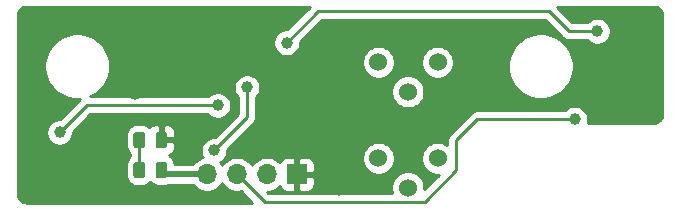
<source format=gbr>
G04 #@! TF.GenerationSoftware,KiCad,Pcbnew,(5.1.5)-3*
G04 #@! TF.CreationDate,2020-07-03T20:52:06-04:00*
G04 #@! TF.ProjectId,HallEffectXY-Endstop,48616c6c-4566-4666-9563-7458592d456e,A*
G04 #@! TF.SameCoordinates,Original*
G04 #@! TF.FileFunction,Copper,L2,Bot*
G04 #@! TF.FilePolarity,Positive*
%FSLAX46Y46*%
G04 Gerber Fmt 4.6, Leading zero omitted, Abs format (unit mm)*
G04 Created by KiCad (PCBNEW (5.1.5)-3) date 2020-07-03 20:52:06*
%MOMM*%
%LPD*%
G04 APERTURE LIST*
%ADD10C,0.100000*%
%ADD11C,1.524000*%
%ADD12O,1.700000X1.700000*%
%ADD13R,1.700000X1.700000*%
%ADD14C,1.000000*%
%ADD15C,0.508000*%
%ADD16C,0.254000*%
G04 APERTURE END LIST*
G04 #@! TA.AperFunction,SMDPad,CuDef*
D10*
G36*
X133268142Y-104292674D02*
G01*
X133291803Y-104296184D01*
X133315007Y-104301996D01*
X133337529Y-104310054D01*
X133359153Y-104320282D01*
X133379670Y-104332579D01*
X133398883Y-104346829D01*
X133416607Y-104362893D01*
X133432671Y-104380617D01*
X133446921Y-104399830D01*
X133459218Y-104420347D01*
X133469446Y-104441971D01*
X133477504Y-104464493D01*
X133483316Y-104487697D01*
X133486826Y-104511358D01*
X133488000Y-104535250D01*
X133488000Y-105447750D01*
X133486826Y-105471642D01*
X133483316Y-105495303D01*
X133477504Y-105518507D01*
X133469446Y-105541029D01*
X133459218Y-105562653D01*
X133446921Y-105583170D01*
X133432671Y-105602383D01*
X133416607Y-105620107D01*
X133398883Y-105636171D01*
X133379670Y-105650421D01*
X133359153Y-105662718D01*
X133337529Y-105672946D01*
X133315007Y-105681004D01*
X133291803Y-105686816D01*
X133268142Y-105690326D01*
X133244250Y-105691500D01*
X132756750Y-105691500D01*
X132732858Y-105690326D01*
X132709197Y-105686816D01*
X132685993Y-105681004D01*
X132663471Y-105672946D01*
X132641847Y-105662718D01*
X132621330Y-105650421D01*
X132602117Y-105636171D01*
X132584393Y-105620107D01*
X132568329Y-105602383D01*
X132554079Y-105583170D01*
X132541782Y-105562653D01*
X132531554Y-105541029D01*
X132523496Y-105518507D01*
X132517684Y-105495303D01*
X132514174Y-105471642D01*
X132513000Y-105447750D01*
X132513000Y-104535250D01*
X132514174Y-104511358D01*
X132517684Y-104487697D01*
X132523496Y-104464493D01*
X132531554Y-104441971D01*
X132541782Y-104420347D01*
X132554079Y-104399830D01*
X132568329Y-104380617D01*
X132584393Y-104362893D01*
X132602117Y-104346829D01*
X132621330Y-104332579D01*
X132641847Y-104320282D01*
X132663471Y-104310054D01*
X132685993Y-104301996D01*
X132709197Y-104296184D01*
X132732858Y-104292674D01*
X132756750Y-104291500D01*
X133244250Y-104291500D01*
X133268142Y-104292674D01*
G37*
G04 #@! TD.AperFunction*
G04 #@! TA.AperFunction,SMDPad,CuDef*
G36*
X135143142Y-104292674D02*
G01*
X135166803Y-104296184D01*
X135190007Y-104301996D01*
X135212529Y-104310054D01*
X135234153Y-104320282D01*
X135254670Y-104332579D01*
X135273883Y-104346829D01*
X135291607Y-104362893D01*
X135307671Y-104380617D01*
X135321921Y-104399830D01*
X135334218Y-104420347D01*
X135344446Y-104441971D01*
X135352504Y-104464493D01*
X135358316Y-104487697D01*
X135361826Y-104511358D01*
X135363000Y-104535250D01*
X135363000Y-105447750D01*
X135361826Y-105471642D01*
X135358316Y-105495303D01*
X135352504Y-105518507D01*
X135344446Y-105541029D01*
X135334218Y-105562653D01*
X135321921Y-105583170D01*
X135307671Y-105602383D01*
X135291607Y-105620107D01*
X135273883Y-105636171D01*
X135254670Y-105650421D01*
X135234153Y-105662718D01*
X135212529Y-105672946D01*
X135190007Y-105681004D01*
X135166803Y-105686816D01*
X135143142Y-105690326D01*
X135119250Y-105691500D01*
X134631750Y-105691500D01*
X134607858Y-105690326D01*
X134584197Y-105686816D01*
X134560993Y-105681004D01*
X134538471Y-105672946D01*
X134516847Y-105662718D01*
X134496330Y-105650421D01*
X134477117Y-105636171D01*
X134459393Y-105620107D01*
X134443329Y-105602383D01*
X134429079Y-105583170D01*
X134416782Y-105562653D01*
X134406554Y-105541029D01*
X134398496Y-105518507D01*
X134392684Y-105495303D01*
X134389174Y-105471642D01*
X134388000Y-105447750D01*
X134388000Y-104535250D01*
X134389174Y-104511358D01*
X134392684Y-104487697D01*
X134398496Y-104464493D01*
X134406554Y-104441971D01*
X134416782Y-104420347D01*
X134429079Y-104399830D01*
X134443329Y-104380617D01*
X134459393Y-104362893D01*
X134477117Y-104346829D01*
X134496330Y-104332579D01*
X134516847Y-104320282D01*
X134538471Y-104310054D01*
X134560993Y-104301996D01*
X134584197Y-104296184D01*
X134607858Y-104292674D01*
X134631750Y-104291500D01*
X135119250Y-104291500D01*
X135143142Y-104292674D01*
G37*
G04 #@! TD.AperFunction*
G04 #@! TA.AperFunction,SMDPad,CuDef*
G36*
X135143142Y-106832674D02*
G01*
X135166803Y-106836184D01*
X135190007Y-106841996D01*
X135212529Y-106850054D01*
X135234153Y-106860282D01*
X135254670Y-106872579D01*
X135273883Y-106886829D01*
X135291607Y-106902893D01*
X135307671Y-106920617D01*
X135321921Y-106939830D01*
X135334218Y-106960347D01*
X135344446Y-106981971D01*
X135352504Y-107004493D01*
X135358316Y-107027697D01*
X135361826Y-107051358D01*
X135363000Y-107075250D01*
X135363000Y-107987750D01*
X135361826Y-108011642D01*
X135358316Y-108035303D01*
X135352504Y-108058507D01*
X135344446Y-108081029D01*
X135334218Y-108102653D01*
X135321921Y-108123170D01*
X135307671Y-108142383D01*
X135291607Y-108160107D01*
X135273883Y-108176171D01*
X135254670Y-108190421D01*
X135234153Y-108202718D01*
X135212529Y-108212946D01*
X135190007Y-108221004D01*
X135166803Y-108226816D01*
X135143142Y-108230326D01*
X135119250Y-108231500D01*
X134631750Y-108231500D01*
X134607858Y-108230326D01*
X134584197Y-108226816D01*
X134560993Y-108221004D01*
X134538471Y-108212946D01*
X134516847Y-108202718D01*
X134496330Y-108190421D01*
X134477117Y-108176171D01*
X134459393Y-108160107D01*
X134443329Y-108142383D01*
X134429079Y-108123170D01*
X134416782Y-108102653D01*
X134406554Y-108081029D01*
X134398496Y-108058507D01*
X134392684Y-108035303D01*
X134389174Y-108011642D01*
X134388000Y-107987750D01*
X134388000Y-107075250D01*
X134389174Y-107051358D01*
X134392684Y-107027697D01*
X134398496Y-107004493D01*
X134406554Y-106981971D01*
X134416782Y-106960347D01*
X134429079Y-106939830D01*
X134443329Y-106920617D01*
X134459393Y-106902893D01*
X134477117Y-106886829D01*
X134496330Y-106872579D01*
X134516847Y-106860282D01*
X134538471Y-106850054D01*
X134560993Y-106841996D01*
X134584197Y-106836184D01*
X134607858Y-106832674D01*
X134631750Y-106831500D01*
X135119250Y-106831500D01*
X135143142Y-106832674D01*
G37*
G04 #@! TD.AperFunction*
G04 #@! TA.AperFunction,SMDPad,CuDef*
G36*
X133268142Y-106832674D02*
G01*
X133291803Y-106836184D01*
X133315007Y-106841996D01*
X133337529Y-106850054D01*
X133359153Y-106860282D01*
X133379670Y-106872579D01*
X133398883Y-106886829D01*
X133416607Y-106902893D01*
X133432671Y-106920617D01*
X133446921Y-106939830D01*
X133459218Y-106960347D01*
X133469446Y-106981971D01*
X133477504Y-107004493D01*
X133483316Y-107027697D01*
X133486826Y-107051358D01*
X133488000Y-107075250D01*
X133488000Y-107987750D01*
X133486826Y-108011642D01*
X133483316Y-108035303D01*
X133477504Y-108058507D01*
X133469446Y-108081029D01*
X133459218Y-108102653D01*
X133446921Y-108123170D01*
X133432671Y-108142383D01*
X133416607Y-108160107D01*
X133398883Y-108176171D01*
X133379670Y-108190421D01*
X133359153Y-108202718D01*
X133337529Y-108212946D01*
X133315007Y-108221004D01*
X133291803Y-108226816D01*
X133268142Y-108230326D01*
X133244250Y-108231500D01*
X132756750Y-108231500D01*
X132732858Y-108230326D01*
X132709197Y-108226816D01*
X132685993Y-108221004D01*
X132663471Y-108212946D01*
X132641847Y-108202718D01*
X132621330Y-108190421D01*
X132602117Y-108176171D01*
X132584393Y-108160107D01*
X132568329Y-108142383D01*
X132554079Y-108123170D01*
X132541782Y-108102653D01*
X132531554Y-108081029D01*
X132523496Y-108058507D01*
X132517684Y-108035303D01*
X132514174Y-108011642D01*
X132513000Y-107987750D01*
X132513000Y-107075250D01*
X132514174Y-107051358D01*
X132517684Y-107027697D01*
X132523496Y-107004493D01*
X132531554Y-106981971D01*
X132541782Y-106960347D01*
X132554079Y-106939830D01*
X132568329Y-106920617D01*
X132584393Y-106902893D01*
X132602117Y-106886829D01*
X132621330Y-106872579D01*
X132641847Y-106860282D01*
X132663471Y-106850054D01*
X132685993Y-106841996D01*
X132709197Y-106836184D01*
X132732858Y-106832674D01*
X132756750Y-106831500D01*
X133244250Y-106831500D01*
X133268142Y-106832674D01*
G37*
G04 #@! TD.AperFunction*
D11*
X158254000Y-106534000D03*
X155754000Y-109034000D03*
X153254000Y-106534000D03*
X158254000Y-98406000D03*
X155754000Y-100906000D03*
X153254000Y-98406000D03*
D12*
X138736000Y-107900000D03*
X141276000Y-107900000D03*
X143816000Y-107900000D03*
D13*
X146356000Y-107900000D03*
D14*
X149876500Y-101088000D03*
X124334500Y-104545000D03*
X176836000Y-95358000D03*
X144098000Y-101342000D03*
X139272000Y-96008000D03*
X133176000Y-97786000D03*
X132668000Y-101088000D03*
X149876500Y-109216000D03*
X137466000Y-105518000D03*
X130953500Y-107087000D03*
X176864000Y-101435500D03*
X169879000Y-103247000D03*
X139335500Y-105880500D03*
X142129500Y-100546500D03*
X139653000Y-102070500D03*
X126254500Y-104356500D03*
X145495000Y-96770000D03*
X171784000Y-95784000D03*
D15*
X135244000Y-107900000D02*
X134875500Y-107531500D01*
X138736000Y-107900000D02*
X135244000Y-107900000D01*
D16*
X141276000Y-107900000D02*
X143608000Y-110232000D01*
X143608000Y-110232000D02*
X157179000Y-110232000D01*
X157179000Y-110232000D02*
X159846000Y-107565000D01*
X159846000Y-107565000D02*
X159846000Y-105025000D01*
X159846000Y-105025000D02*
X161624000Y-103247000D01*
X161624000Y-103247000D02*
X169879000Y-103247000D01*
X139335500Y-105880500D02*
X142129500Y-103086500D01*
X142129500Y-103086500D02*
X142129500Y-100546500D01*
X139653000Y-102070500D02*
X129780500Y-102070500D01*
X129780500Y-102070500D02*
X128540500Y-102070500D01*
X128540500Y-102070500D02*
X126254500Y-104356500D01*
X148162000Y-94103000D02*
X145495000Y-96770000D01*
X167686500Y-94103000D02*
X148162000Y-94103000D01*
X171784000Y-95784000D02*
X169367500Y-95784000D01*
X169367500Y-95784000D02*
X167686500Y-94103000D01*
X133000500Y-107531500D02*
X133000500Y-105499500D01*
G36*
X145552370Y-95635000D02*
G01*
X145383212Y-95635000D01*
X145163933Y-95678617D01*
X144957376Y-95764176D01*
X144771480Y-95888388D01*
X144613388Y-96046480D01*
X144489176Y-96232376D01*
X144403617Y-96438933D01*
X144360000Y-96658212D01*
X144360000Y-96881788D01*
X144403617Y-97101067D01*
X144489176Y-97307624D01*
X144613388Y-97493520D01*
X144771480Y-97651612D01*
X144957376Y-97775824D01*
X145163933Y-97861383D01*
X145383212Y-97905000D01*
X145606788Y-97905000D01*
X145826067Y-97861383D01*
X146032624Y-97775824D01*
X146218520Y-97651612D01*
X146376612Y-97493520D01*
X146500824Y-97307624D01*
X146586383Y-97101067D01*
X146630000Y-96881788D01*
X146630000Y-96712630D01*
X148477630Y-94865000D01*
X167370870Y-94865000D01*
X168802221Y-96296352D01*
X168826078Y-96325422D01*
X168855148Y-96349279D01*
X168942107Y-96420645D01*
X168976322Y-96438933D01*
X169074485Y-96491402D01*
X169218122Y-96534974D01*
X169330074Y-96546000D01*
X169330077Y-96546000D01*
X169367500Y-96549686D01*
X169404923Y-96546000D01*
X170940868Y-96546000D01*
X171060480Y-96665612D01*
X171246376Y-96789824D01*
X171452933Y-96875383D01*
X171672212Y-96919000D01*
X171895788Y-96919000D01*
X172115067Y-96875383D01*
X172321624Y-96789824D01*
X172507520Y-96665612D01*
X172665612Y-96507520D01*
X172789824Y-96321624D01*
X172875383Y-96115067D01*
X172919000Y-95895788D01*
X172919000Y-95672212D01*
X172875383Y-95452933D01*
X172789824Y-95246376D01*
X172665612Y-95060480D01*
X172507520Y-94902388D01*
X172321624Y-94778176D01*
X172115067Y-94692617D01*
X171895788Y-94649000D01*
X171672212Y-94649000D01*
X171452933Y-94692617D01*
X171246376Y-94778176D01*
X171060480Y-94902388D01*
X170940868Y-95022000D01*
X169683131Y-95022000D01*
X168371130Y-93710000D01*
X176465271Y-93710000D01*
X176652785Y-93728386D01*
X176799748Y-93772757D01*
X176935297Y-93844829D01*
X177054258Y-93941852D01*
X177152118Y-94060144D01*
X177225132Y-94195181D01*
X177270529Y-94341833D01*
X177290001Y-94527101D01*
X177290000Y-102715271D01*
X177271614Y-102902784D01*
X177227243Y-103049748D01*
X177155171Y-103185297D01*
X177058148Y-103304258D01*
X176939856Y-103402118D01*
X176804819Y-103475132D01*
X176658167Y-103520529D01*
X176472908Y-103540000D01*
X170977955Y-103540000D01*
X171014000Y-103358788D01*
X171014000Y-103135212D01*
X170970383Y-102915933D01*
X170884824Y-102709376D01*
X170760612Y-102523480D01*
X170602520Y-102365388D01*
X170416624Y-102241176D01*
X170210067Y-102155617D01*
X169990788Y-102112000D01*
X169767212Y-102112000D01*
X169547933Y-102155617D01*
X169341376Y-102241176D01*
X169155480Y-102365388D01*
X169035868Y-102485000D01*
X161661423Y-102485000D01*
X161624000Y-102481314D01*
X161586577Y-102485000D01*
X161586574Y-102485000D01*
X161474622Y-102496026D01*
X161330985Y-102539598D01*
X161320731Y-102545079D01*
X161198607Y-102610355D01*
X161158394Y-102643358D01*
X161082578Y-102705578D01*
X161058716Y-102734654D01*
X159333649Y-104459721D01*
X159304579Y-104483578D01*
X159280722Y-104512648D01*
X159280721Y-104512649D01*
X159209355Y-104599608D01*
X159138599Y-104731985D01*
X159095027Y-104875622D01*
X159080314Y-105025000D01*
X159084001Y-105062433D01*
X159084001Y-105408432D01*
X158915727Y-105295995D01*
X158661490Y-105190686D01*
X158391592Y-105137000D01*
X158116408Y-105137000D01*
X157846510Y-105190686D01*
X157592273Y-105295995D01*
X157363465Y-105448880D01*
X157168880Y-105643465D01*
X157015995Y-105872273D01*
X156910686Y-106126510D01*
X156857000Y-106396408D01*
X156857000Y-106671592D01*
X156910686Y-106941490D01*
X157015995Y-107195727D01*
X157168880Y-107424535D01*
X157363465Y-107619120D01*
X157592273Y-107772005D01*
X157846510Y-107877314D01*
X158116408Y-107931000D01*
X158391592Y-107931000D01*
X158405046Y-107928324D01*
X157148324Y-109185046D01*
X157151000Y-109171592D01*
X157151000Y-108896408D01*
X157097314Y-108626510D01*
X156992005Y-108372273D01*
X156839120Y-108143465D01*
X156644535Y-107948880D01*
X156415727Y-107795995D01*
X156161490Y-107690686D01*
X155891592Y-107637000D01*
X155616408Y-107637000D01*
X155346510Y-107690686D01*
X155092273Y-107795995D01*
X154863465Y-107948880D01*
X154668880Y-108143465D01*
X154515995Y-108372273D01*
X154410686Y-108626510D01*
X154357000Y-108896408D01*
X154357000Y-109171592D01*
X154410686Y-109441490D01*
X154422495Y-109470000D01*
X143923631Y-109470000D01*
X143838631Y-109385000D01*
X143962260Y-109385000D01*
X144249158Y-109327932D01*
X144519411Y-109215990D01*
X144762632Y-109053475D01*
X144894487Y-108921620D01*
X144916498Y-108994180D01*
X144975463Y-109104494D01*
X145054815Y-109201185D01*
X145151506Y-109280537D01*
X145261820Y-109339502D01*
X145381518Y-109375812D01*
X145506000Y-109388072D01*
X146070250Y-109385000D01*
X146229000Y-109226250D01*
X146229000Y-108027000D01*
X146483000Y-108027000D01*
X146483000Y-109226250D01*
X146641750Y-109385000D01*
X147206000Y-109388072D01*
X147330482Y-109375812D01*
X147450180Y-109339502D01*
X147560494Y-109280537D01*
X147657185Y-109201185D01*
X147736537Y-109104494D01*
X147795502Y-108994180D01*
X147831812Y-108874482D01*
X147844072Y-108750000D01*
X147841000Y-108185750D01*
X147682250Y-108027000D01*
X146483000Y-108027000D01*
X146229000Y-108027000D01*
X146209000Y-108027000D01*
X146209000Y-107773000D01*
X146229000Y-107773000D01*
X146229000Y-106573750D01*
X146483000Y-106573750D01*
X146483000Y-107773000D01*
X147682250Y-107773000D01*
X147841000Y-107614250D01*
X147844072Y-107050000D01*
X147831812Y-106925518D01*
X147795502Y-106805820D01*
X147736537Y-106695506D01*
X147657185Y-106598815D01*
X147560494Y-106519463D01*
X147450180Y-106460498D01*
X147330482Y-106424188D01*
X147206000Y-106411928D01*
X146641750Y-106415000D01*
X146483000Y-106573750D01*
X146229000Y-106573750D01*
X146070250Y-106415000D01*
X145506000Y-106411928D01*
X145381518Y-106424188D01*
X145261820Y-106460498D01*
X145151506Y-106519463D01*
X145054815Y-106598815D01*
X144975463Y-106695506D01*
X144916498Y-106805820D01*
X144894487Y-106878380D01*
X144762632Y-106746525D01*
X144519411Y-106584010D01*
X144249158Y-106472068D01*
X143962260Y-106415000D01*
X143669740Y-106415000D01*
X143382842Y-106472068D01*
X143112589Y-106584010D01*
X142869368Y-106746525D01*
X142662525Y-106953368D01*
X142546000Y-107127760D01*
X142429475Y-106953368D01*
X142222632Y-106746525D01*
X141979411Y-106584010D01*
X141709158Y-106472068D01*
X141422260Y-106415000D01*
X141129740Y-106415000D01*
X140842842Y-106472068D01*
X140572589Y-106584010D01*
X140329368Y-106746525D01*
X140122525Y-106953368D01*
X140006000Y-107127760D01*
X139889475Y-106953368D01*
X139837279Y-106901172D01*
X139873124Y-106886324D01*
X140059020Y-106762112D01*
X140217112Y-106604020D01*
X140341324Y-106418124D01*
X140350319Y-106396408D01*
X151857000Y-106396408D01*
X151857000Y-106671592D01*
X151910686Y-106941490D01*
X152015995Y-107195727D01*
X152168880Y-107424535D01*
X152363465Y-107619120D01*
X152592273Y-107772005D01*
X152846510Y-107877314D01*
X153116408Y-107931000D01*
X153391592Y-107931000D01*
X153661490Y-107877314D01*
X153915727Y-107772005D01*
X154144535Y-107619120D01*
X154339120Y-107424535D01*
X154492005Y-107195727D01*
X154597314Y-106941490D01*
X154651000Y-106671592D01*
X154651000Y-106396408D01*
X154597314Y-106126510D01*
X154492005Y-105872273D01*
X154339120Y-105643465D01*
X154144535Y-105448880D01*
X153915727Y-105295995D01*
X153661490Y-105190686D01*
X153391592Y-105137000D01*
X153116408Y-105137000D01*
X152846510Y-105190686D01*
X152592273Y-105295995D01*
X152363465Y-105448880D01*
X152168880Y-105643465D01*
X152015995Y-105872273D01*
X151910686Y-106126510D01*
X151857000Y-106396408D01*
X140350319Y-106396408D01*
X140426883Y-106211567D01*
X140470500Y-105992288D01*
X140470500Y-105823130D01*
X142641847Y-103651783D01*
X142670922Y-103627922D01*
X142731546Y-103554051D01*
X142766145Y-103511893D01*
X142811689Y-103426685D01*
X142836902Y-103379515D01*
X142880474Y-103235878D01*
X142891500Y-103123926D01*
X142891500Y-103123923D01*
X142895186Y-103086500D01*
X142891500Y-103049077D01*
X142891500Y-101389632D01*
X143011112Y-101270020D01*
X143135324Y-101084124D01*
X143220883Y-100877567D01*
X143242595Y-100768408D01*
X154357000Y-100768408D01*
X154357000Y-101043592D01*
X154410686Y-101313490D01*
X154515995Y-101567727D01*
X154668880Y-101796535D01*
X154863465Y-101991120D01*
X155092273Y-102144005D01*
X155346510Y-102249314D01*
X155616408Y-102303000D01*
X155891592Y-102303000D01*
X156161490Y-102249314D01*
X156415727Y-102144005D01*
X156644535Y-101991120D01*
X156839120Y-101796535D01*
X156992005Y-101567727D01*
X157097314Y-101313490D01*
X157151000Y-101043592D01*
X157151000Y-100768408D01*
X157097314Y-100498510D01*
X156992005Y-100244273D01*
X156839120Y-100015465D01*
X156644535Y-99820880D01*
X156415727Y-99667995D01*
X156161490Y-99562686D01*
X155891592Y-99509000D01*
X155616408Y-99509000D01*
X155346510Y-99562686D01*
X155092273Y-99667995D01*
X154863465Y-99820880D01*
X154668880Y-100015465D01*
X154515995Y-100244273D01*
X154410686Y-100498510D01*
X154357000Y-100768408D01*
X143242595Y-100768408D01*
X143264500Y-100658288D01*
X143264500Y-100434712D01*
X143220883Y-100215433D01*
X143135324Y-100008876D01*
X143011112Y-99822980D01*
X142853020Y-99664888D01*
X142667124Y-99540676D01*
X142460567Y-99455117D01*
X142241288Y-99411500D01*
X142017712Y-99411500D01*
X141798433Y-99455117D01*
X141591876Y-99540676D01*
X141405980Y-99664888D01*
X141247888Y-99822980D01*
X141123676Y-100008876D01*
X141038117Y-100215433D01*
X140994500Y-100434712D01*
X140994500Y-100658288D01*
X141038117Y-100877567D01*
X141123676Y-101084124D01*
X141247888Y-101270020D01*
X141367501Y-101389633D01*
X141367500Y-102770870D01*
X139392870Y-104745500D01*
X139223712Y-104745500D01*
X139004433Y-104789117D01*
X138797876Y-104874676D01*
X138611980Y-104998888D01*
X138453888Y-105156980D01*
X138329676Y-105342876D01*
X138244117Y-105549433D01*
X138200500Y-105768712D01*
X138200500Y-105992288D01*
X138244117Y-106211567D01*
X138329676Y-106418124D01*
X138358344Y-106461028D01*
X138302842Y-106472068D01*
X138032589Y-106584010D01*
X137789368Y-106746525D01*
X137582525Y-106953368D01*
X137544017Y-107011000D01*
X135994744Y-107011000D01*
X135984128Y-106903215D01*
X135933947Y-106737791D01*
X135852458Y-106585336D01*
X135742792Y-106451708D01*
X135609164Y-106342042D01*
X135535593Y-106302718D01*
X135607180Y-106281002D01*
X135717494Y-106222037D01*
X135814185Y-106142685D01*
X135893537Y-106045994D01*
X135952502Y-105935680D01*
X135988812Y-105815982D01*
X136001072Y-105691500D01*
X135998000Y-105277250D01*
X135839250Y-105118500D01*
X135002500Y-105118500D01*
X135002500Y-105138500D01*
X134748500Y-105138500D01*
X134748500Y-105118500D01*
X134728500Y-105118500D01*
X134728500Y-104864500D01*
X134748500Y-104864500D01*
X134748500Y-103815250D01*
X135002500Y-103815250D01*
X135002500Y-104864500D01*
X135839250Y-104864500D01*
X135998000Y-104705750D01*
X136001072Y-104291500D01*
X135988812Y-104167018D01*
X135952502Y-104047320D01*
X135893537Y-103937006D01*
X135814185Y-103840315D01*
X135717494Y-103760963D01*
X135607180Y-103701998D01*
X135487482Y-103665688D01*
X135363000Y-103653428D01*
X135161250Y-103656500D01*
X135002500Y-103815250D01*
X134748500Y-103815250D01*
X134589750Y-103656500D01*
X134388000Y-103653428D01*
X134263518Y-103665688D01*
X134143820Y-103701998D01*
X134033506Y-103760963D01*
X133936815Y-103840315D01*
X133873008Y-103918064D01*
X133867792Y-103911708D01*
X133734164Y-103802042D01*
X133581709Y-103720553D01*
X133416285Y-103670372D01*
X133244250Y-103653428D01*
X132756750Y-103653428D01*
X132584715Y-103670372D01*
X132419291Y-103720553D01*
X132266836Y-103802042D01*
X132133208Y-103911708D01*
X132023542Y-104045336D01*
X131942053Y-104197791D01*
X131891872Y-104363215D01*
X131874928Y-104535250D01*
X131874928Y-105447750D01*
X131891872Y-105619785D01*
X131942053Y-105785209D01*
X132023542Y-105937664D01*
X132133208Y-106071292D01*
X132238501Y-106157704D01*
X132238501Y-106365296D01*
X132133208Y-106451708D01*
X132023542Y-106585336D01*
X131942053Y-106737791D01*
X131891872Y-106903215D01*
X131874928Y-107075250D01*
X131874928Y-107987750D01*
X131891872Y-108159785D01*
X131942053Y-108325209D01*
X132023542Y-108477664D01*
X132133208Y-108611292D01*
X132266836Y-108720958D01*
X132419291Y-108802447D01*
X132584715Y-108852628D01*
X132756750Y-108869572D01*
X133244250Y-108869572D01*
X133416285Y-108852628D01*
X133581709Y-108802447D01*
X133734164Y-108720958D01*
X133867792Y-108611292D01*
X133938000Y-108525744D01*
X134008208Y-108611292D01*
X134141836Y-108720958D01*
X134294291Y-108802447D01*
X134459715Y-108852628D01*
X134631750Y-108869572D01*
X135119250Y-108869572D01*
X135291285Y-108852628D01*
X135456709Y-108802447D01*
X135481867Y-108789000D01*
X137544017Y-108789000D01*
X137582525Y-108846632D01*
X137789368Y-109053475D01*
X138032589Y-109215990D01*
X138302842Y-109327932D01*
X138589740Y-109385000D01*
X138882260Y-109385000D01*
X139169158Y-109327932D01*
X139439411Y-109215990D01*
X139682632Y-109053475D01*
X139889475Y-108846632D01*
X140006000Y-108672240D01*
X140122525Y-108846632D01*
X140329368Y-109053475D01*
X140572589Y-109215990D01*
X140842842Y-109327932D01*
X141129740Y-109385000D01*
X141422260Y-109385000D01*
X141640048Y-109341679D01*
X142588369Y-110290000D01*
X123534729Y-110290000D01*
X123347216Y-110271614D01*
X123200252Y-110227243D01*
X123064703Y-110155171D01*
X122945742Y-110058148D01*
X122847882Y-109939856D01*
X122774868Y-109804819D01*
X122729471Y-109658167D01*
X122710000Y-109472908D01*
X122710000Y-98475701D01*
X124965000Y-98475701D01*
X124965000Y-99024299D01*
X125072026Y-99562354D01*
X125281965Y-100069192D01*
X125586750Y-100525334D01*
X125974666Y-100913250D01*
X126430808Y-101218035D01*
X126937646Y-101427974D01*
X127475701Y-101535000D01*
X127994218Y-101535000D01*
X127975221Y-101558148D01*
X126311870Y-103221500D01*
X126142712Y-103221500D01*
X125923433Y-103265117D01*
X125716876Y-103350676D01*
X125530980Y-103474888D01*
X125372888Y-103632980D01*
X125248676Y-103818876D01*
X125163117Y-104025433D01*
X125119500Y-104244712D01*
X125119500Y-104468288D01*
X125163117Y-104687567D01*
X125248676Y-104894124D01*
X125372888Y-105080020D01*
X125530980Y-105238112D01*
X125716876Y-105362324D01*
X125923433Y-105447883D01*
X126142712Y-105491500D01*
X126366288Y-105491500D01*
X126585567Y-105447883D01*
X126792124Y-105362324D01*
X126978020Y-105238112D01*
X127136112Y-105080020D01*
X127260324Y-104894124D01*
X127345883Y-104687567D01*
X127389500Y-104468288D01*
X127389500Y-104299130D01*
X128856131Y-102832500D01*
X138809868Y-102832500D01*
X138929480Y-102952112D01*
X139115376Y-103076324D01*
X139321933Y-103161883D01*
X139541212Y-103205500D01*
X139764788Y-103205500D01*
X139984067Y-103161883D01*
X140190624Y-103076324D01*
X140376520Y-102952112D01*
X140534612Y-102794020D01*
X140658824Y-102608124D01*
X140744383Y-102401567D01*
X140788000Y-102182288D01*
X140788000Y-101958712D01*
X140744383Y-101739433D01*
X140658824Y-101532876D01*
X140534612Y-101346980D01*
X140376520Y-101188888D01*
X140190624Y-101064676D01*
X139984067Y-100979117D01*
X139764788Y-100935500D01*
X139541212Y-100935500D01*
X139321933Y-100979117D01*
X139115376Y-101064676D01*
X138929480Y-101188888D01*
X138809868Y-101308500D01*
X128850790Y-101308500D01*
X129069192Y-101218035D01*
X129525334Y-100913250D01*
X129913250Y-100525334D01*
X130218035Y-100069192D01*
X130427974Y-99562354D01*
X130535000Y-99024299D01*
X130535000Y-98475701D01*
X130493767Y-98268408D01*
X151857000Y-98268408D01*
X151857000Y-98543592D01*
X151910686Y-98813490D01*
X152015995Y-99067727D01*
X152168880Y-99296535D01*
X152363465Y-99491120D01*
X152592273Y-99644005D01*
X152846510Y-99749314D01*
X153116408Y-99803000D01*
X153391592Y-99803000D01*
X153661490Y-99749314D01*
X153915727Y-99644005D01*
X154144535Y-99491120D01*
X154339120Y-99296535D01*
X154492005Y-99067727D01*
X154597314Y-98813490D01*
X154651000Y-98543592D01*
X154651000Y-98268408D01*
X156857000Y-98268408D01*
X156857000Y-98543592D01*
X156910686Y-98813490D01*
X157015995Y-99067727D01*
X157168880Y-99296535D01*
X157363465Y-99491120D01*
X157592273Y-99644005D01*
X157846510Y-99749314D01*
X158116408Y-99803000D01*
X158391592Y-99803000D01*
X158661490Y-99749314D01*
X158915727Y-99644005D01*
X159144535Y-99491120D01*
X159339120Y-99296535D01*
X159492005Y-99067727D01*
X159597314Y-98813490D01*
X159651000Y-98543592D01*
X159651000Y-98475701D01*
X164215000Y-98475701D01*
X164215000Y-99024299D01*
X164322026Y-99562354D01*
X164531965Y-100069192D01*
X164836750Y-100525334D01*
X165224666Y-100913250D01*
X165680808Y-101218035D01*
X166187646Y-101427974D01*
X166725701Y-101535000D01*
X167274299Y-101535000D01*
X167812354Y-101427974D01*
X168319192Y-101218035D01*
X168775334Y-100913250D01*
X169163250Y-100525334D01*
X169468035Y-100069192D01*
X169677974Y-99562354D01*
X169785000Y-99024299D01*
X169785000Y-98475701D01*
X169677974Y-97937646D01*
X169468035Y-97430808D01*
X169163250Y-96974666D01*
X168775334Y-96586750D01*
X168319192Y-96281965D01*
X167812354Y-96072026D01*
X167274299Y-95965000D01*
X166725701Y-95965000D01*
X166187646Y-96072026D01*
X165680808Y-96281965D01*
X165224666Y-96586750D01*
X164836750Y-96974666D01*
X164531965Y-97430808D01*
X164322026Y-97937646D01*
X164215000Y-98475701D01*
X159651000Y-98475701D01*
X159651000Y-98268408D01*
X159597314Y-97998510D01*
X159492005Y-97744273D01*
X159339120Y-97515465D01*
X159144535Y-97320880D01*
X158915727Y-97167995D01*
X158661490Y-97062686D01*
X158391592Y-97009000D01*
X158116408Y-97009000D01*
X157846510Y-97062686D01*
X157592273Y-97167995D01*
X157363465Y-97320880D01*
X157168880Y-97515465D01*
X157015995Y-97744273D01*
X156910686Y-97998510D01*
X156857000Y-98268408D01*
X154651000Y-98268408D01*
X154597314Y-97998510D01*
X154492005Y-97744273D01*
X154339120Y-97515465D01*
X154144535Y-97320880D01*
X153915727Y-97167995D01*
X153661490Y-97062686D01*
X153391592Y-97009000D01*
X153116408Y-97009000D01*
X152846510Y-97062686D01*
X152592273Y-97167995D01*
X152363465Y-97320880D01*
X152168880Y-97515465D01*
X152015995Y-97744273D01*
X151910686Y-97998510D01*
X151857000Y-98268408D01*
X130493767Y-98268408D01*
X130427974Y-97937646D01*
X130218035Y-97430808D01*
X129913250Y-96974666D01*
X129525334Y-96586750D01*
X129069192Y-96281965D01*
X128562354Y-96072026D01*
X128024299Y-95965000D01*
X127475701Y-95965000D01*
X126937646Y-96072026D01*
X126430808Y-96281965D01*
X125974666Y-96586750D01*
X125586750Y-96974666D01*
X125281965Y-97430808D01*
X125072026Y-97937646D01*
X124965000Y-98475701D01*
X122710000Y-98475701D01*
X122710000Y-94534729D01*
X122728386Y-94347215D01*
X122772757Y-94200252D01*
X122844829Y-94064703D01*
X122941852Y-93945742D01*
X123060144Y-93847882D01*
X123195181Y-93774868D01*
X123341833Y-93729471D01*
X123527092Y-93710000D01*
X147477370Y-93710000D01*
X145552370Y-95635000D01*
G37*
X145552370Y-95635000D02*
X145383212Y-95635000D01*
X145163933Y-95678617D01*
X144957376Y-95764176D01*
X144771480Y-95888388D01*
X144613388Y-96046480D01*
X144489176Y-96232376D01*
X144403617Y-96438933D01*
X144360000Y-96658212D01*
X144360000Y-96881788D01*
X144403617Y-97101067D01*
X144489176Y-97307624D01*
X144613388Y-97493520D01*
X144771480Y-97651612D01*
X144957376Y-97775824D01*
X145163933Y-97861383D01*
X145383212Y-97905000D01*
X145606788Y-97905000D01*
X145826067Y-97861383D01*
X146032624Y-97775824D01*
X146218520Y-97651612D01*
X146376612Y-97493520D01*
X146500824Y-97307624D01*
X146586383Y-97101067D01*
X146630000Y-96881788D01*
X146630000Y-96712630D01*
X148477630Y-94865000D01*
X167370870Y-94865000D01*
X168802221Y-96296352D01*
X168826078Y-96325422D01*
X168855148Y-96349279D01*
X168942107Y-96420645D01*
X168976322Y-96438933D01*
X169074485Y-96491402D01*
X169218122Y-96534974D01*
X169330074Y-96546000D01*
X169330077Y-96546000D01*
X169367500Y-96549686D01*
X169404923Y-96546000D01*
X170940868Y-96546000D01*
X171060480Y-96665612D01*
X171246376Y-96789824D01*
X171452933Y-96875383D01*
X171672212Y-96919000D01*
X171895788Y-96919000D01*
X172115067Y-96875383D01*
X172321624Y-96789824D01*
X172507520Y-96665612D01*
X172665612Y-96507520D01*
X172789824Y-96321624D01*
X172875383Y-96115067D01*
X172919000Y-95895788D01*
X172919000Y-95672212D01*
X172875383Y-95452933D01*
X172789824Y-95246376D01*
X172665612Y-95060480D01*
X172507520Y-94902388D01*
X172321624Y-94778176D01*
X172115067Y-94692617D01*
X171895788Y-94649000D01*
X171672212Y-94649000D01*
X171452933Y-94692617D01*
X171246376Y-94778176D01*
X171060480Y-94902388D01*
X170940868Y-95022000D01*
X169683131Y-95022000D01*
X168371130Y-93710000D01*
X176465271Y-93710000D01*
X176652785Y-93728386D01*
X176799748Y-93772757D01*
X176935297Y-93844829D01*
X177054258Y-93941852D01*
X177152118Y-94060144D01*
X177225132Y-94195181D01*
X177270529Y-94341833D01*
X177290001Y-94527101D01*
X177290000Y-102715271D01*
X177271614Y-102902784D01*
X177227243Y-103049748D01*
X177155171Y-103185297D01*
X177058148Y-103304258D01*
X176939856Y-103402118D01*
X176804819Y-103475132D01*
X176658167Y-103520529D01*
X176472908Y-103540000D01*
X170977955Y-103540000D01*
X171014000Y-103358788D01*
X171014000Y-103135212D01*
X170970383Y-102915933D01*
X170884824Y-102709376D01*
X170760612Y-102523480D01*
X170602520Y-102365388D01*
X170416624Y-102241176D01*
X170210067Y-102155617D01*
X169990788Y-102112000D01*
X169767212Y-102112000D01*
X169547933Y-102155617D01*
X169341376Y-102241176D01*
X169155480Y-102365388D01*
X169035868Y-102485000D01*
X161661423Y-102485000D01*
X161624000Y-102481314D01*
X161586577Y-102485000D01*
X161586574Y-102485000D01*
X161474622Y-102496026D01*
X161330985Y-102539598D01*
X161320731Y-102545079D01*
X161198607Y-102610355D01*
X161158394Y-102643358D01*
X161082578Y-102705578D01*
X161058716Y-102734654D01*
X159333649Y-104459721D01*
X159304579Y-104483578D01*
X159280722Y-104512648D01*
X159280721Y-104512649D01*
X159209355Y-104599608D01*
X159138599Y-104731985D01*
X159095027Y-104875622D01*
X159080314Y-105025000D01*
X159084001Y-105062433D01*
X159084001Y-105408432D01*
X158915727Y-105295995D01*
X158661490Y-105190686D01*
X158391592Y-105137000D01*
X158116408Y-105137000D01*
X157846510Y-105190686D01*
X157592273Y-105295995D01*
X157363465Y-105448880D01*
X157168880Y-105643465D01*
X157015995Y-105872273D01*
X156910686Y-106126510D01*
X156857000Y-106396408D01*
X156857000Y-106671592D01*
X156910686Y-106941490D01*
X157015995Y-107195727D01*
X157168880Y-107424535D01*
X157363465Y-107619120D01*
X157592273Y-107772005D01*
X157846510Y-107877314D01*
X158116408Y-107931000D01*
X158391592Y-107931000D01*
X158405046Y-107928324D01*
X157148324Y-109185046D01*
X157151000Y-109171592D01*
X157151000Y-108896408D01*
X157097314Y-108626510D01*
X156992005Y-108372273D01*
X156839120Y-108143465D01*
X156644535Y-107948880D01*
X156415727Y-107795995D01*
X156161490Y-107690686D01*
X155891592Y-107637000D01*
X155616408Y-107637000D01*
X155346510Y-107690686D01*
X155092273Y-107795995D01*
X154863465Y-107948880D01*
X154668880Y-108143465D01*
X154515995Y-108372273D01*
X154410686Y-108626510D01*
X154357000Y-108896408D01*
X154357000Y-109171592D01*
X154410686Y-109441490D01*
X154422495Y-109470000D01*
X143923631Y-109470000D01*
X143838631Y-109385000D01*
X143962260Y-109385000D01*
X144249158Y-109327932D01*
X144519411Y-109215990D01*
X144762632Y-109053475D01*
X144894487Y-108921620D01*
X144916498Y-108994180D01*
X144975463Y-109104494D01*
X145054815Y-109201185D01*
X145151506Y-109280537D01*
X145261820Y-109339502D01*
X145381518Y-109375812D01*
X145506000Y-109388072D01*
X146070250Y-109385000D01*
X146229000Y-109226250D01*
X146229000Y-108027000D01*
X146483000Y-108027000D01*
X146483000Y-109226250D01*
X146641750Y-109385000D01*
X147206000Y-109388072D01*
X147330482Y-109375812D01*
X147450180Y-109339502D01*
X147560494Y-109280537D01*
X147657185Y-109201185D01*
X147736537Y-109104494D01*
X147795502Y-108994180D01*
X147831812Y-108874482D01*
X147844072Y-108750000D01*
X147841000Y-108185750D01*
X147682250Y-108027000D01*
X146483000Y-108027000D01*
X146229000Y-108027000D01*
X146209000Y-108027000D01*
X146209000Y-107773000D01*
X146229000Y-107773000D01*
X146229000Y-106573750D01*
X146483000Y-106573750D01*
X146483000Y-107773000D01*
X147682250Y-107773000D01*
X147841000Y-107614250D01*
X147844072Y-107050000D01*
X147831812Y-106925518D01*
X147795502Y-106805820D01*
X147736537Y-106695506D01*
X147657185Y-106598815D01*
X147560494Y-106519463D01*
X147450180Y-106460498D01*
X147330482Y-106424188D01*
X147206000Y-106411928D01*
X146641750Y-106415000D01*
X146483000Y-106573750D01*
X146229000Y-106573750D01*
X146070250Y-106415000D01*
X145506000Y-106411928D01*
X145381518Y-106424188D01*
X145261820Y-106460498D01*
X145151506Y-106519463D01*
X145054815Y-106598815D01*
X144975463Y-106695506D01*
X144916498Y-106805820D01*
X144894487Y-106878380D01*
X144762632Y-106746525D01*
X144519411Y-106584010D01*
X144249158Y-106472068D01*
X143962260Y-106415000D01*
X143669740Y-106415000D01*
X143382842Y-106472068D01*
X143112589Y-106584010D01*
X142869368Y-106746525D01*
X142662525Y-106953368D01*
X142546000Y-107127760D01*
X142429475Y-106953368D01*
X142222632Y-106746525D01*
X141979411Y-106584010D01*
X141709158Y-106472068D01*
X141422260Y-106415000D01*
X141129740Y-106415000D01*
X140842842Y-106472068D01*
X140572589Y-106584010D01*
X140329368Y-106746525D01*
X140122525Y-106953368D01*
X140006000Y-107127760D01*
X139889475Y-106953368D01*
X139837279Y-106901172D01*
X139873124Y-106886324D01*
X140059020Y-106762112D01*
X140217112Y-106604020D01*
X140341324Y-106418124D01*
X140350319Y-106396408D01*
X151857000Y-106396408D01*
X151857000Y-106671592D01*
X151910686Y-106941490D01*
X152015995Y-107195727D01*
X152168880Y-107424535D01*
X152363465Y-107619120D01*
X152592273Y-107772005D01*
X152846510Y-107877314D01*
X153116408Y-107931000D01*
X153391592Y-107931000D01*
X153661490Y-107877314D01*
X153915727Y-107772005D01*
X154144535Y-107619120D01*
X154339120Y-107424535D01*
X154492005Y-107195727D01*
X154597314Y-106941490D01*
X154651000Y-106671592D01*
X154651000Y-106396408D01*
X154597314Y-106126510D01*
X154492005Y-105872273D01*
X154339120Y-105643465D01*
X154144535Y-105448880D01*
X153915727Y-105295995D01*
X153661490Y-105190686D01*
X153391592Y-105137000D01*
X153116408Y-105137000D01*
X152846510Y-105190686D01*
X152592273Y-105295995D01*
X152363465Y-105448880D01*
X152168880Y-105643465D01*
X152015995Y-105872273D01*
X151910686Y-106126510D01*
X151857000Y-106396408D01*
X140350319Y-106396408D01*
X140426883Y-106211567D01*
X140470500Y-105992288D01*
X140470500Y-105823130D01*
X142641847Y-103651783D01*
X142670922Y-103627922D01*
X142731546Y-103554051D01*
X142766145Y-103511893D01*
X142811689Y-103426685D01*
X142836902Y-103379515D01*
X142880474Y-103235878D01*
X142891500Y-103123926D01*
X142891500Y-103123923D01*
X142895186Y-103086500D01*
X142891500Y-103049077D01*
X142891500Y-101389632D01*
X143011112Y-101270020D01*
X143135324Y-101084124D01*
X143220883Y-100877567D01*
X143242595Y-100768408D01*
X154357000Y-100768408D01*
X154357000Y-101043592D01*
X154410686Y-101313490D01*
X154515995Y-101567727D01*
X154668880Y-101796535D01*
X154863465Y-101991120D01*
X155092273Y-102144005D01*
X155346510Y-102249314D01*
X155616408Y-102303000D01*
X155891592Y-102303000D01*
X156161490Y-102249314D01*
X156415727Y-102144005D01*
X156644535Y-101991120D01*
X156839120Y-101796535D01*
X156992005Y-101567727D01*
X157097314Y-101313490D01*
X157151000Y-101043592D01*
X157151000Y-100768408D01*
X157097314Y-100498510D01*
X156992005Y-100244273D01*
X156839120Y-100015465D01*
X156644535Y-99820880D01*
X156415727Y-99667995D01*
X156161490Y-99562686D01*
X155891592Y-99509000D01*
X155616408Y-99509000D01*
X155346510Y-99562686D01*
X155092273Y-99667995D01*
X154863465Y-99820880D01*
X154668880Y-100015465D01*
X154515995Y-100244273D01*
X154410686Y-100498510D01*
X154357000Y-100768408D01*
X143242595Y-100768408D01*
X143264500Y-100658288D01*
X143264500Y-100434712D01*
X143220883Y-100215433D01*
X143135324Y-100008876D01*
X143011112Y-99822980D01*
X142853020Y-99664888D01*
X142667124Y-99540676D01*
X142460567Y-99455117D01*
X142241288Y-99411500D01*
X142017712Y-99411500D01*
X141798433Y-99455117D01*
X141591876Y-99540676D01*
X141405980Y-99664888D01*
X141247888Y-99822980D01*
X141123676Y-100008876D01*
X141038117Y-100215433D01*
X140994500Y-100434712D01*
X140994500Y-100658288D01*
X141038117Y-100877567D01*
X141123676Y-101084124D01*
X141247888Y-101270020D01*
X141367501Y-101389633D01*
X141367500Y-102770870D01*
X139392870Y-104745500D01*
X139223712Y-104745500D01*
X139004433Y-104789117D01*
X138797876Y-104874676D01*
X138611980Y-104998888D01*
X138453888Y-105156980D01*
X138329676Y-105342876D01*
X138244117Y-105549433D01*
X138200500Y-105768712D01*
X138200500Y-105992288D01*
X138244117Y-106211567D01*
X138329676Y-106418124D01*
X138358344Y-106461028D01*
X138302842Y-106472068D01*
X138032589Y-106584010D01*
X137789368Y-106746525D01*
X137582525Y-106953368D01*
X137544017Y-107011000D01*
X135994744Y-107011000D01*
X135984128Y-106903215D01*
X135933947Y-106737791D01*
X135852458Y-106585336D01*
X135742792Y-106451708D01*
X135609164Y-106342042D01*
X135535593Y-106302718D01*
X135607180Y-106281002D01*
X135717494Y-106222037D01*
X135814185Y-106142685D01*
X135893537Y-106045994D01*
X135952502Y-105935680D01*
X135988812Y-105815982D01*
X136001072Y-105691500D01*
X135998000Y-105277250D01*
X135839250Y-105118500D01*
X135002500Y-105118500D01*
X135002500Y-105138500D01*
X134748500Y-105138500D01*
X134748500Y-105118500D01*
X134728500Y-105118500D01*
X134728500Y-104864500D01*
X134748500Y-104864500D01*
X134748500Y-103815250D01*
X135002500Y-103815250D01*
X135002500Y-104864500D01*
X135839250Y-104864500D01*
X135998000Y-104705750D01*
X136001072Y-104291500D01*
X135988812Y-104167018D01*
X135952502Y-104047320D01*
X135893537Y-103937006D01*
X135814185Y-103840315D01*
X135717494Y-103760963D01*
X135607180Y-103701998D01*
X135487482Y-103665688D01*
X135363000Y-103653428D01*
X135161250Y-103656500D01*
X135002500Y-103815250D01*
X134748500Y-103815250D01*
X134589750Y-103656500D01*
X134388000Y-103653428D01*
X134263518Y-103665688D01*
X134143820Y-103701998D01*
X134033506Y-103760963D01*
X133936815Y-103840315D01*
X133873008Y-103918064D01*
X133867792Y-103911708D01*
X133734164Y-103802042D01*
X133581709Y-103720553D01*
X133416285Y-103670372D01*
X133244250Y-103653428D01*
X132756750Y-103653428D01*
X132584715Y-103670372D01*
X132419291Y-103720553D01*
X132266836Y-103802042D01*
X132133208Y-103911708D01*
X132023542Y-104045336D01*
X131942053Y-104197791D01*
X131891872Y-104363215D01*
X131874928Y-104535250D01*
X131874928Y-105447750D01*
X131891872Y-105619785D01*
X131942053Y-105785209D01*
X132023542Y-105937664D01*
X132133208Y-106071292D01*
X132238501Y-106157704D01*
X132238501Y-106365296D01*
X132133208Y-106451708D01*
X132023542Y-106585336D01*
X131942053Y-106737791D01*
X131891872Y-106903215D01*
X131874928Y-107075250D01*
X131874928Y-107987750D01*
X131891872Y-108159785D01*
X131942053Y-108325209D01*
X132023542Y-108477664D01*
X132133208Y-108611292D01*
X132266836Y-108720958D01*
X132419291Y-108802447D01*
X132584715Y-108852628D01*
X132756750Y-108869572D01*
X133244250Y-108869572D01*
X133416285Y-108852628D01*
X133581709Y-108802447D01*
X133734164Y-108720958D01*
X133867792Y-108611292D01*
X133938000Y-108525744D01*
X134008208Y-108611292D01*
X134141836Y-108720958D01*
X134294291Y-108802447D01*
X134459715Y-108852628D01*
X134631750Y-108869572D01*
X135119250Y-108869572D01*
X135291285Y-108852628D01*
X135456709Y-108802447D01*
X135481867Y-108789000D01*
X137544017Y-108789000D01*
X137582525Y-108846632D01*
X137789368Y-109053475D01*
X138032589Y-109215990D01*
X138302842Y-109327932D01*
X138589740Y-109385000D01*
X138882260Y-109385000D01*
X139169158Y-109327932D01*
X139439411Y-109215990D01*
X139682632Y-109053475D01*
X139889475Y-108846632D01*
X140006000Y-108672240D01*
X140122525Y-108846632D01*
X140329368Y-109053475D01*
X140572589Y-109215990D01*
X140842842Y-109327932D01*
X141129740Y-109385000D01*
X141422260Y-109385000D01*
X141640048Y-109341679D01*
X142588369Y-110290000D01*
X123534729Y-110290000D01*
X123347216Y-110271614D01*
X123200252Y-110227243D01*
X123064703Y-110155171D01*
X122945742Y-110058148D01*
X122847882Y-109939856D01*
X122774868Y-109804819D01*
X122729471Y-109658167D01*
X122710000Y-109472908D01*
X122710000Y-98475701D01*
X124965000Y-98475701D01*
X124965000Y-99024299D01*
X125072026Y-99562354D01*
X125281965Y-100069192D01*
X125586750Y-100525334D01*
X125974666Y-100913250D01*
X126430808Y-101218035D01*
X126937646Y-101427974D01*
X127475701Y-101535000D01*
X127994218Y-101535000D01*
X127975221Y-101558148D01*
X126311870Y-103221500D01*
X126142712Y-103221500D01*
X125923433Y-103265117D01*
X125716876Y-103350676D01*
X125530980Y-103474888D01*
X125372888Y-103632980D01*
X125248676Y-103818876D01*
X125163117Y-104025433D01*
X125119500Y-104244712D01*
X125119500Y-104468288D01*
X125163117Y-104687567D01*
X125248676Y-104894124D01*
X125372888Y-105080020D01*
X125530980Y-105238112D01*
X125716876Y-105362324D01*
X125923433Y-105447883D01*
X126142712Y-105491500D01*
X126366288Y-105491500D01*
X126585567Y-105447883D01*
X126792124Y-105362324D01*
X126978020Y-105238112D01*
X127136112Y-105080020D01*
X127260324Y-104894124D01*
X127345883Y-104687567D01*
X127389500Y-104468288D01*
X127389500Y-104299130D01*
X128856131Y-102832500D01*
X138809868Y-102832500D01*
X138929480Y-102952112D01*
X139115376Y-103076324D01*
X139321933Y-103161883D01*
X139541212Y-103205500D01*
X139764788Y-103205500D01*
X139984067Y-103161883D01*
X140190624Y-103076324D01*
X140376520Y-102952112D01*
X140534612Y-102794020D01*
X140658824Y-102608124D01*
X140744383Y-102401567D01*
X140788000Y-102182288D01*
X140788000Y-101958712D01*
X140744383Y-101739433D01*
X140658824Y-101532876D01*
X140534612Y-101346980D01*
X140376520Y-101188888D01*
X140190624Y-101064676D01*
X139984067Y-100979117D01*
X139764788Y-100935500D01*
X139541212Y-100935500D01*
X139321933Y-100979117D01*
X139115376Y-101064676D01*
X138929480Y-101188888D01*
X138809868Y-101308500D01*
X128850790Y-101308500D01*
X129069192Y-101218035D01*
X129525334Y-100913250D01*
X129913250Y-100525334D01*
X130218035Y-100069192D01*
X130427974Y-99562354D01*
X130535000Y-99024299D01*
X130535000Y-98475701D01*
X130493767Y-98268408D01*
X151857000Y-98268408D01*
X151857000Y-98543592D01*
X151910686Y-98813490D01*
X152015995Y-99067727D01*
X152168880Y-99296535D01*
X152363465Y-99491120D01*
X152592273Y-99644005D01*
X152846510Y-99749314D01*
X153116408Y-99803000D01*
X153391592Y-99803000D01*
X153661490Y-99749314D01*
X153915727Y-99644005D01*
X154144535Y-99491120D01*
X154339120Y-99296535D01*
X154492005Y-99067727D01*
X154597314Y-98813490D01*
X154651000Y-98543592D01*
X154651000Y-98268408D01*
X156857000Y-98268408D01*
X156857000Y-98543592D01*
X156910686Y-98813490D01*
X157015995Y-99067727D01*
X157168880Y-99296535D01*
X157363465Y-99491120D01*
X157592273Y-99644005D01*
X157846510Y-99749314D01*
X158116408Y-99803000D01*
X158391592Y-99803000D01*
X158661490Y-99749314D01*
X158915727Y-99644005D01*
X159144535Y-99491120D01*
X159339120Y-99296535D01*
X159492005Y-99067727D01*
X159597314Y-98813490D01*
X159651000Y-98543592D01*
X159651000Y-98475701D01*
X164215000Y-98475701D01*
X164215000Y-99024299D01*
X164322026Y-99562354D01*
X164531965Y-100069192D01*
X164836750Y-100525334D01*
X165224666Y-100913250D01*
X165680808Y-101218035D01*
X166187646Y-101427974D01*
X166725701Y-101535000D01*
X167274299Y-101535000D01*
X167812354Y-101427974D01*
X168319192Y-101218035D01*
X168775334Y-100913250D01*
X169163250Y-100525334D01*
X169468035Y-100069192D01*
X169677974Y-99562354D01*
X169785000Y-99024299D01*
X169785000Y-98475701D01*
X169677974Y-97937646D01*
X169468035Y-97430808D01*
X169163250Y-96974666D01*
X168775334Y-96586750D01*
X168319192Y-96281965D01*
X167812354Y-96072026D01*
X167274299Y-95965000D01*
X166725701Y-95965000D01*
X166187646Y-96072026D01*
X165680808Y-96281965D01*
X165224666Y-96586750D01*
X164836750Y-96974666D01*
X164531965Y-97430808D01*
X164322026Y-97937646D01*
X164215000Y-98475701D01*
X159651000Y-98475701D01*
X159651000Y-98268408D01*
X159597314Y-97998510D01*
X159492005Y-97744273D01*
X159339120Y-97515465D01*
X159144535Y-97320880D01*
X158915727Y-97167995D01*
X158661490Y-97062686D01*
X158391592Y-97009000D01*
X158116408Y-97009000D01*
X157846510Y-97062686D01*
X157592273Y-97167995D01*
X157363465Y-97320880D01*
X157168880Y-97515465D01*
X157015995Y-97744273D01*
X156910686Y-97998510D01*
X156857000Y-98268408D01*
X154651000Y-98268408D01*
X154597314Y-97998510D01*
X154492005Y-97744273D01*
X154339120Y-97515465D01*
X154144535Y-97320880D01*
X153915727Y-97167995D01*
X153661490Y-97062686D01*
X153391592Y-97009000D01*
X153116408Y-97009000D01*
X152846510Y-97062686D01*
X152592273Y-97167995D01*
X152363465Y-97320880D01*
X152168880Y-97515465D01*
X152015995Y-97744273D01*
X151910686Y-97998510D01*
X151857000Y-98268408D01*
X130493767Y-98268408D01*
X130427974Y-97937646D01*
X130218035Y-97430808D01*
X129913250Y-96974666D01*
X129525334Y-96586750D01*
X129069192Y-96281965D01*
X128562354Y-96072026D01*
X128024299Y-95965000D01*
X127475701Y-95965000D01*
X126937646Y-96072026D01*
X126430808Y-96281965D01*
X125974666Y-96586750D01*
X125586750Y-96974666D01*
X125281965Y-97430808D01*
X125072026Y-97937646D01*
X124965000Y-98475701D01*
X122710000Y-98475701D01*
X122710000Y-94534729D01*
X122728386Y-94347215D01*
X122772757Y-94200252D01*
X122844829Y-94064703D01*
X122941852Y-93945742D01*
X123060144Y-93847882D01*
X123195181Y-93774868D01*
X123341833Y-93729471D01*
X123527092Y-93710000D01*
X147477370Y-93710000D01*
X145552370Y-95635000D01*
M02*

</source>
